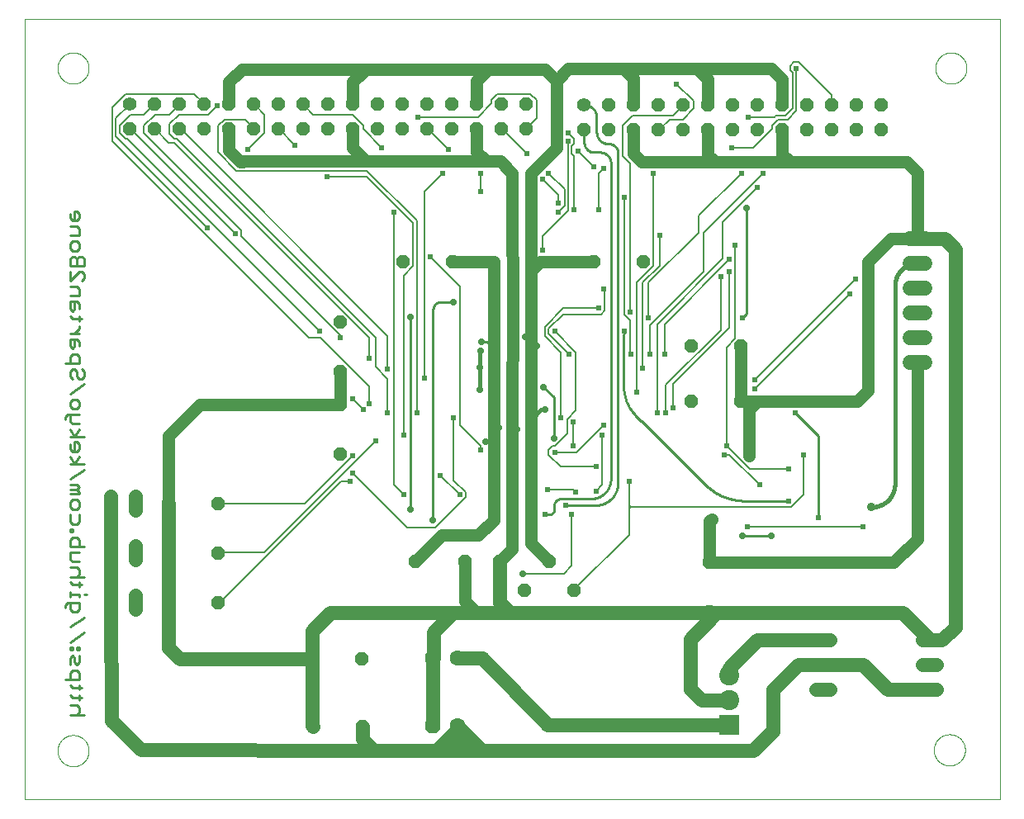
<source format=gbl>
G75*
%MOIN*%
%OFA0B0*%
%FSLAX25Y25*%
%IPPOS*%
%LPD*%
%AMOC8*
5,1,8,0,0,1.08239X$1,22.5*
%
%ADD10C,0.00000*%
%ADD11C,0.00900*%
%ADD12OC8,0.05200*%
%ADD13OC8,0.06300*%
%ADD14C,0.06300*%
%ADD15C,0.05600*%
%ADD16OC8,0.05600*%
%ADD17R,0.08100X0.08100*%
%ADD18C,0.08100*%
%ADD19C,0.06000*%
%ADD20C,0.05600*%
%ADD21C,0.00600*%
%ADD22C,0.02400*%
%ADD23C,0.01000*%
%ADD24C,0.02775*%
%ADD25C,0.01600*%
%ADD26C,0.03562*%
%ADD27C,0.05000*%
%ADD28C,0.03169*%
D10*
X0001000Y0001000D02*
X0001000Y0315961D01*
X0394701Y0315961D01*
X0394701Y0001000D01*
X0001000Y0001000D01*
X0014386Y0020685D02*
X0014388Y0020843D01*
X0014394Y0021001D01*
X0014404Y0021159D01*
X0014418Y0021317D01*
X0014436Y0021474D01*
X0014457Y0021631D01*
X0014483Y0021787D01*
X0014513Y0021943D01*
X0014546Y0022098D01*
X0014584Y0022251D01*
X0014625Y0022404D01*
X0014670Y0022556D01*
X0014719Y0022707D01*
X0014772Y0022856D01*
X0014828Y0023004D01*
X0014888Y0023150D01*
X0014952Y0023295D01*
X0015020Y0023438D01*
X0015091Y0023580D01*
X0015165Y0023720D01*
X0015243Y0023857D01*
X0015325Y0023993D01*
X0015409Y0024127D01*
X0015498Y0024258D01*
X0015589Y0024387D01*
X0015684Y0024514D01*
X0015781Y0024639D01*
X0015882Y0024761D01*
X0015986Y0024880D01*
X0016093Y0024997D01*
X0016203Y0025111D01*
X0016316Y0025222D01*
X0016431Y0025331D01*
X0016549Y0025436D01*
X0016670Y0025538D01*
X0016793Y0025638D01*
X0016919Y0025734D01*
X0017047Y0025827D01*
X0017177Y0025917D01*
X0017310Y0026003D01*
X0017445Y0026087D01*
X0017581Y0026166D01*
X0017720Y0026243D01*
X0017861Y0026315D01*
X0018003Y0026385D01*
X0018147Y0026450D01*
X0018293Y0026512D01*
X0018440Y0026570D01*
X0018589Y0026625D01*
X0018739Y0026676D01*
X0018890Y0026723D01*
X0019042Y0026766D01*
X0019195Y0026805D01*
X0019350Y0026841D01*
X0019505Y0026872D01*
X0019661Y0026900D01*
X0019817Y0026924D01*
X0019974Y0026944D01*
X0020132Y0026960D01*
X0020289Y0026972D01*
X0020448Y0026980D01*
X0020606Y0026984D01*
X0020764Y0026984D01*
X0020922Y0026980D01*
X0021081Y0026972D01*
X0021238Y0026960D01*
X0021396Y0026944D01*
X0021553Y0026924D01*
X0021709Y0026900D01*
X0021865Y0026872D01*
X0022020Y0026841D01*
X0022175Y0026805D01*
X0022328Y0026766D01*
X0022480Y0026723D01*
X0022631Y0026676D01*
X0022781Y0026625D01*
X0022930Y0026570D01*
X0023077Y0026512D01*
X0023223Y0026450D01*
X0023367Y0026385D01*
X0023509Y0026315D01*
X0023650Y0026243D01*
X0023789Y0026166D01*
X0023925Y0026087D01*
X0024060Y0026003D01*
X0024193Y0025917D01*
X0024323Y0025827D01*
X0024451Y0025734D01*
X0024577Y0025638D01*
X0024700Y0025538D01*
X0024821Y0025436D01*
X0024939Y0025331D01*
X0025054Y0025222D01*
X0025167Y0025111D01*
X0025277Y0024997D01*
X0025384Y0024880D01*
X0025488Y0024761D01*
X0025589Y0024639D01*
X0025686Y0024514D01*
X0025781Y0024387D01*
X0025872Y0024258D01*
X0025961Y0024127D01*
X0026045Y0023993D01*
X0026127Y0023857D01*
X0026205Y0023720D01*
X0026279Y0023580D01*
X0026350Y0023438D01*
X0026418Y0023295D01*
X0026482Y0023150D01*
X0026542Y0023004D01*
X0026598Y0022856D01*
X0026651Y0022707D01*
X0026700Y0022556D01*
X0026745Y0022404D01*
X0026786Y0022251D01*
X0026824Y0022098D01*
X0026857Y0021943D01*
X0026887Y0021787D01*
X0026913Y0021631D01*
X0026934Y0021474D01*
X0026952Y0021317D01*
X0026966Y0021159D01*
X0026976Y0021001D01*
X0026982Y0020843D01*
X0026984Y0020685D01*
X0026982Y0020527D01*
X0026976Y0020369D01*
X0026966Y0020211D01*
X0026952Y0020053D01*
X0026934Y0019896D01*
X0026913Y0019739D01*
X0026887Y0019583D01*
X0026857Y0019427D01*
X0026824Y0019272D01*
X0026786Y0019119D01*
X0026745Y0018966D01*
X0026700Y0018814D01*
X0026651Y0018663D01*
X0026598Y0018514D01*
X0026542Y0018366D01*
X0026482Y0018220D01*
X0026418Y0018075D01*
X0026350Y0017932D01*
X0026279Y0017790D01*
X0026205Y0017650D01*
X0026127Y0017513D01*
X0026045Y0017377D01*
X0025961Y0017243D01*
X0025872Y0017112D01*
X0025781Y0016983D01*
X0025686Y0016856D01*
X0025589Y0016731D01*
X0025488Y0016609D01*
X0025384Y0016490D01*
X0025277Y0016373D01*
X0025167Y0016259D01*
X0025054Y0016148D01*
X0024939Y0016039D01*
X0024821Y0015934D01*
X0024700Y0015832D01*
X0024577Y0015732D01*
X0024451Y0015636D01*
X0024323Y0015543D01*
X0024193Y0015453D01*
X0024060Y0015367D01*
X0023925Y0015283D01*
X0023789Y0015204D01*
X0023650Y0015127D01*
X0023509Y0015055D01*
X0023367Y0014985D01*
X0023223Y0014920D01*
X0023077Y0014858D01*
X0022930Y0014800D01*
X0022781Y0014745D01*
X0022631Y0014694D01*
X0022480Y0014647D01*
X0022328Y0014604D01*
X0022175Y0014565D01*
X0022020Y0014529D01*
X0021865Y0014498D01*
X0021709Y0014470D01*
X0021553Y0014446D01*
X0021396Y0014426D01*
X0021238Y0014410D01*
X0021081Y0014398D01*
X0020922Y0014390D01*
X0020764Y0014386D01*
X0020606Y0014386D01*
X0020448Y0014390D01*
X0020289Y0014398D01*
X0020132Y0014410D01*
X0019974Y0014426D01*
X0019817Y0014446D01*
X0019661Y0014470D01*
X0019505Y0014498D01*
X0019350Y0014529D01*
X0019195Y0014565D01*
X0019042Y0014604D01*
X0018890Y0014647D01*
X0018739Y0014694D01*
X0018589Y0014745D01*
X0018440Y0014800D01*
X0018293Y0014858D01*
X0018147Y0014920D01*
X0018003Y0014985D01*
X0017861Y0015055D01*
X0017720Y0015127D01*
X0017581Y0015204D01*
X0017445Y0015283D01*
X0017310Y0015367D01*
X0017177Y0015453D01*
X0017047Y0015543D01*
X0016919Y0015636D01*
X0016793Y0015732D01*
X0016670Y0015832D01*
X0016549Y0015934D01*
X0016431Y0016039D01*
X0016316Y0016148D01*
X0016203Y0016259D01*
X0016093Y0016373D01*
X0015986Y0016490D01*
X0015882Y0016609D01*
X0015781Y0016731D01*
X0015684Y0016856D01*
X0015589Y0016983D01*
X0015498Y0017112D01*
X0015409Y0017243D01*
X0015325Y0017377D01*
X0015243Y0017513D01*
X0015165Y0017650D01*
X0015091Y0017790D01*
X0015020Y0017932D01*
X0014952Y0018075D01*
X0014888Y0018220D01*
X0014828Y0018366D01*
X0014772Y0018514D01*
X0014719Y0018663D01*
X0014670Y0018814D01*
X0014625Y0018966D01*
X0014584Y0019119D01*
X0014546Y0019272D01*
X0014513Y0019427D01*
X0014483Y0019583D01*
X0014457Y0019739D01*
X0014436Y0019896D01*
X0014418Y0020053D01*
X0014404Y0020211D01*
X0014394Y0020369D01*
X0014388Y0020527D01*
X0014386Y0020685D01*
X0014386Y0296276D02*
X0014388Y0296434D01*
X0014394Y0296592D01*
X0014404Y0296750D01*
X0014418Y0296908D01*
X0014436Y0297065D01*
X0014457Y0297222D01*
X0014483Y0297378D01*
X0014513Y0297534D01*
X0014546Y0297689D01*
X0014584Y0297842D01*
X0014625Y0297995D01*
X0014670Y0298147D01*
X0014719Y0298298D01*
X0014772Y0298447D01*
X0014828Y0298595D01*
X0014888Y0298741D01*
X0014952Y0298886D01*
X0015020Y0299029D01*
X0015091Y0299171D01*
X0015165Y0299311D01*
X0015243Y0299448D01*
X0015325Y0299584D01*
X0015409Y0299718D01*
X0015498Y0299849D01*
X0015589Y0299978D01*
X0015684Y0300105D01*
X0015781Y0300230D01*
X0015882Y0300352D01*
X0015986Y0300471D01*
X0016093Y0300588D01*
X0016203Y0300702D01*
X0016316Y0300813D01*
X0016431Y0300922D01*
X0016549Y0301027D01*
X0016670Y0301129D01*
X0016793Y0301229D01*
X0016919Y0301325D01*
X0017047Y0301418D01*
X0017177Y0301508D01*
X0017310Y0301594D01*
X0017445Y0301678D01*
X0017581Y0301757D01*
X0017720Y0301834D01*
X0017861Y0301906D01*
X0018003Y0301976D01*
X0018147Y0302041D01*
X0018293Y0302103D01*
X0018440Y0302161D01*
X0018589Y0302216D01*
X0018739Y0302267D01*
X0018890Y0302314D01*
X0019042Y0302357D01*
X0019195Y0302396D01*
X0019350Y0302432D01*
X0019505Y0302463D01*
X0019661Y0302491D01*
X0019817Y0302515D01*
X0019974Y0302535D01*
X0020132Y0302551D01*
X0020289Y0302563D01*
X0020448Y0302571D01*
X0020606Y0302575D01*
X0020764Y0302575D01*
X0020922Y0302571D01*
X0021081Y0302563D01*
X0021238Y0302551D01*
X0021396Y0302535D01*
X0021553Y0302515D01*
X0021709Y0302491D01*
X0021865Y0302463D01*
X0022020Y0302432D01*
X0022175Y0302396D01*
X0022328Y0302357D01*
X0022480Y0302314D01*
X0022631Y0302267D01*
X0022781Y0302216D01*
X0022930Y0302161D01*
X0023077Y0302103D01*
X0023223Y0302041D01*
X0023367Y0301976D01*
X0023509Y0301906D01*
X0023650Y0301834D01*
X0023789Y0301757D01*
X0023925Y0301678D01*
X0024060Y0301594D01*
X0024193Y0301508D01*
X0024323Y0301418D01*
X0024451Y0301325D01*
X0024577Y0301229D01*
X0024700Y0301129D01*
X0024821Y0301027D01*
X0024939Y0300922D01*
X0025054Y0300813D01*
X0025167Y0300702D01*
X0025277Y0300588D01*
X0025384Y0300471D01*
X0025488Y0300352D01*
X0025589Y0300230D01*
X0025686Y0300105D01*
X0025781Y0299978D01*
X0025872Y0299849D01*
X0025961Y0299718D01*
X0026045Y0299584D01*
X0026127Y0299448D01*
X0026205Y0299311D01*
X0026279Y0299171D01*
X0026350Y0299029D01*
X0026418Y0298886D01*
X0026482Y0298741D01*
X0026542Y0298595D01*
X0026598Y0298447D01*
X0026651Y0298298D01*
X0026700Y0298147D01*
X0026745Y0297995D01*
X0026786Y0297842D01*
X0026824Y0297689D01*
X0026857Y0297534D01*
X0026887Y0297378D01*
X0026913Y0297222D01*
X0026934Y0297065D01*
X0026952Y0296908D01*
X0026966Y0296750D01*
X0026976Y0296592D01*
X0026982Y0296434D01*
X0026984Y0296276D01*
X0026982Y0296118D01*
X0026976Y0295960D01*
X0026966Y0295802D01*
X0026952Y0295644D01*
X0026934Y0295487D01*
X0026913Y0295330D01*
X0026887Y0295174D01*
X0026857Y0295018D01*
X0026824Y0294863D01*
X0026786Y0294710D01*
X0026745Y0294557D01*
X0026700Y0294405D01*
X0026651Y0294254D01*
X0026598Y0294105D01*
X0026542Y0293957D01*
X0026482Y0293811D01*
X0026418Y0293666D01*
X0026350Y0293523D01*
X0026279Y0293381D01*
X0026205Y0293241D01*
X0026127Y0293104D01*
X0026045Y0292968D01*
X0025961Y0292834D01*
X0025872Y0292703D01*
X0025781Y0292574D01*
X0025686Y0292447D01*
X0025589Y0292322D01*
X0025488Y0292200D01*
X0025384Y0292081D01*
X0025277Y0291964D01*
X0025167Y0291850D01*
X0025054Y0291739D01*
X0024939Y0291630D01*
X0024821Y0291525D01*
X0024700Y0291423D01*
X0024577Y0291323D01*
X0024451Y0291227D01*
X0024323Y0291134D01*
X0024193Y0291044D01*
X0024060Y0290958D01*
X0023925Y0290874D01*
X0023789Y0290795D01*
X0023650Y0290718D01*
X0023509Y0290646D01*
X0023367Y0290576D01*
X0023223Y0290511D01*
X0023077Y0290449D01*
X0022930Y0290391D01*
X0022781Y0290336D01*
X0022631Y0290285D01*
X0022480Y0290238D01*
X0022328Y0290195D01*
X0022175Y0290156D01*
X0022020Y0290120D01*
X0021865Y0290089D01*
X0021709Y0290061D01*
X0021553Y0290037D01*
X0021396Y0290017D01*
X0021238Y0290001D01*
X0021081Y0289989D01*
X0020922Y0289981D01*
X0020764Y0289977D01*
X0020606Y0289977D01*
X0020448Y0289981D01*
X0020289Y0289989D01*
X0020132Y0290001D01*
X0019974Y0290017D01*
X0019817Y0290037D01*
X0019661Y0290061D01*
X0019505Y0290089D01*
X0019350Y0290120D01*
X0019195Y0290156D01*
X0019042Y0290195D01*
X0018890Y0290238D01*
X0018739Y0290285D01*
X0018589Y0290336D01*
X0018440Y0290391D01*
X0018293Y0290449D01*
X0018147Y0290511D01*
X0018003Y0290576D01*
X0017861Y0290646D01*
X0017720Y0290718D01*
X0017581Y0290795D01*
X0017445Y0290874D01*
X0017310Y0290958D01*
X0017177Y0291044D01*
X0017047Y0291134D01*
X0016919Y0291227D01*
X0016793Y0291323D01*
X0016670Y0291423D01*
X0016549Y0291525D01*
X0016431Y0291630D01*
X0016316Y0291739D01*
X0016203Y0291850D01*
X0016093Y0291964D01*
X0015986Y0292081D01*
X0015882Y0292200D01*
X0015781Y0292322D01*
X0015684Y0292447D01*
X0015589Y0292574D01*
X0015498Y0292703D01*
X0015409Y0292834D01*
X0015325Y0292968D01*
X0015243Y0293104D01*
X0015165Y0293241D01*
X0015091Y0293381D01*
X0015020Y0293523D01*
X0014952Y0293666D01*
X0014888Y0293811D01*
X0014828Y0293957D01*
X0014772Y0294105D01*
X0014719Y0294254D01*
X0014670Y0294405D01*
X0014625Y0294557D01*
X0014584Y0294710D01*
X0014546Y0294863D01*
X0014513Y0295018D01*
X0014483Y0295174D01*
X0014457Y0295330D01*
X0014436Y0295487D01*
X0014418Y0295644D01*
X0014404Y0295802D01*
X0014394Y0295960D01*
X0014388Y0296118D01*
X0014386Y0296276D01*
X0368717Y0296276D02*
X0368719Y0296434D01*
X0368725Y0296592D01*
X0368735Y0296750D01*
X0368749Y0296908D01*
X0368767Y0297065D01*
X0368788Y0297222D01*
X0368814Y0297378D01*
X0368844Y0297534D01*
X0368877Y0297689D01*
X0368915Y0297842D01*
X0368956Y0297995D01*
X0369001Y0298147D01*
X0369050Y0298298D01*
X0369103Y0298447D01*
X0369159Y0298595D01*
X0369219Y0298741D01*
X0369283Y0298886D01*
X0369351Y0299029D01*
X0369422Y0299171D01*
X0369496Y0299311D01*
X0369574Y0299448D01*
X0369656Y0299584D01*
X0369740Y0299718D01*
X0369829Y0299849D01*
X0369920Y0299978D01*
X0370015Y0300105D01*
X0370112Y0300230D01*
X0370213Y0300352D01*
X0370317Y0300471D01*
X0370424Y0300588D01*
X0370534Y0300702D01*
X0370647Y0300813D01*
X0370762Y0300922D01*
X0370880Y0301027D01*
X0371001Y0301129D01*
X0371124Y0301229D01*
X0371250Y0301325D01*
X0371378Y0301418D01*
X0371508Y0301508D01*
X0371641Y0301594D01*
X0371776Y0301678D01*
X0371912Y0301757D01*
X0372051Y0301834D01*
X0372192Y0301906D01*
X0372334Y0301976D01*
X0372478Y0302041D01*
X0372624Y0302103D01*
X0372771Y0302161D01*
X0372920Y0302216D01*
X0373070Y0302267D01*
X0373221Y0302314D01*
X0373373Y0302357D01*
X0373526Y0302396D01*
X0373681Y0302432D01*
X0373836Y0302463D01*
X0373992Y0302491D01*
X0374148Y0302515D01*
X0374305Y0302535D01*
X0374463Y0302551D01*
X0374620Y0302563D01*
X0374779Y0302571D01*
X0374937Y0302575D01*
X0375095Y0302575D01*
X0375253Y0302571D01*
X0375412Y0302563D01*
X0375569Y0302551D01*
X0375727Y0302535D01*
X0375884Y0302515D01*
X0376040Y0302491D01*
X0376196Y0302463D01*
X0376351Y0302432D01*
X0376506Y0302396D01*
X0376659Y0302357D01*
X0376811Y0302314D01*
X0376962Y0302267D01*
X0377112Y0302216D01*
X0377261Y0302161D01*
X0377408Y0302103D01*
X0377554Y0302041D01*
X0377698Y0301976D01*
X0377840Y0301906D01*
X0377981Y0301834D01*
X0378120Y0301757D01*
X0378256Y0301678D01*
X0378391Y0301594D01*
X0378524Y0301508D01*
X0378654Y0301418D01*
X0378782Y0301325D01*
X0378908Y0301229D01*
X0379031Y0301129D01*
X0379152Y0301027D01*
X0379270Y0300922D01*
X0379385Y0300813D01*
X0379498Y0300702D01*
X0379608Y0300588D01*
X0379715Y0300471D01*
X0379819Y0300352D01*
X0379920Y0300230D01*
X0380017Y0300105D01*
X0380112Y0299978D01*
X0380203Y0299849D01*
X0380292Y0299718D01*
X0380376Y0299584D01*
X0380458Y0299448D01*
X0380536Y0299311D01*
X0380610Y0299171D01*
X0380681Y0299029D01*
X0380749Y0298886D01*
X0380813Y0298741D01*
X0380873Y0298595D01*
X0380929Y0298447D01*
X0380982Y0298298D01*
X0381031Y0298147D01*
X0381076Y0297995D01*
X0381117Y0297842D01*
X0381155Y0297689D01*
X0381188Y0297534D01*
X0381218Y0297378D01*
X0381244Y0297222D01*
X0381265Y0297065D01*
X0381283Y0296908D01*
X0381297Y0296750D01*
X0381307Y0296592D01*
X0381313Y0296434D01*
X0381315Y0296276D01*
X0381313Y0296118D01*
X0381307Y0295960D01*
X0381297Y0295802D01*
X0381283Y0295644D01*
X0381265Y0295487D01*
X0381244Y0295330D01*
X0381218Y0295174D01*
X0381188Y0295018D01*
X0381155Y0294863D01*
X0381117Y0294710D01*
X0381076Y0294557D01*
X0381031Y0294405D01*
X0380982Y0294254D01*
X0380929Y0294105D01*
X0380873Y0293957D01*
X0380813Y0293811D01*
X0380749Y0293666D01*
X0380681Y0293523D01*
X0380610Y0293381D01*
X0380536Y0293241D01*
X0380458Y0293104D01*
X0380376Y0292968D01*
X0380292Y0292834D01*
X0380203Y0292703D01*
X0380112Y0292574D01*
X0380017Y0292447D01*
X0379920Y0292322D01*
X0379819Y0292200D01*
X0379715Y0292081D01*
X0379608Y0291964D01*
X0379498Y0291850D01*
X0379385Y0291739D01*
X0379270Y0291630D01*
X0379152Y0291525D01*
X0379031Y0291423D01*
X0378908Y0291323D01*
X0378782Y0291227D01*
X0378654Y0291134D01*
X0378524Y0291044D01*
X0378391Y0290958D01*
X0378256Y0290874D01*
X0378120Y0290795D01*
X0377981Y0290718D01*
X0377840Y0290646D01*
X0377698Y0290576D01*
X0377554Y0290511D01*
X0377408Y0290449D01*
X0377261Y0290391D01*
X0377112Y0290336D01*
X0376962Y0290285D01*
X0376811Y0290238D01*
X0376659Y0290195D01*
X0376506Y0290156D01*
X0376351Y0290120D01*
X0376196Y0290089D01*
X0376040Y0290061D01*
X0375884Y0290037D01*
X0375727Y0290017D01*
X0375569Y0290001D01*
X0375412Y0289989D01*
X0375253Y0289981D01*
X0375095Y0289977D01*
X0374937Y0289977D01*
X0374779Y0289981D01*
X0374620Y0289989D01*
X0374463Y0290001D01*
X0374305Y0290017D01*
X0374148Y0290037D01*
X0373992Y0290061D01*
X0373836Y0290089D01*
X0373681Y0290120D01*
X0373526Y0290156D01*
X0373373Y0290195D01*
X0373221Y0290238D01*
X0373070Y0290285D01*
X0372920Y0290336D01*
X0372771Y0290391D01*
X0372624Y0290449D01*
X0372478Y0290511D01*
X0372334Y0290576D01*
X0372192Y0290646D01*
X0372051Y0290718D01*
X0371912Y0290795D01*
X0371776Y0290874D01*
X0371641Y0290958D01*
X0371508Y0291044D01*
X0371378Y0291134D01*
X0371250Y0291227D01*
X0371124Y0291323D01*
X0371001Y0291423D01*
X0370880Y0291525D01*
X0370762Y0291630D01*
X0370647Y0291739D01*
X0370534Y0291850D01*
X0370424Y0291964D01*
X0370317Y0292081D01*
X0370213Y0292200D01*
X0370112Y0292322D01*
X0370015Y0292447D01*
X0369920Y0292574D01*
X0369829Y0292703D01*
X0369740Y0292834D01*
X0369656Y0292968D01*
X0369574Y0293104D01*
X0369496Y0293241D01*
X0369422Y0293381D01*
X0369351Y0293523D01*
X0369283Y0293666D01*
X0369219Y0293811D01*
X0369159Y0293957D01*
X0369103Y0294105D01*
X0369050Y0294254D01*
X0369001Y0294405D01*
X0368956Y0294557D01*
X0368915Y0294710D01*
X0368877Y0294863D01*
X0368844Y0295018D01*
X0368814Y0295174D01*
X0368788Y0295330D01*
X0368767Y0295487D01*
X0368749Y0295644D01*
X0368735Y0295802D01*
X0368725Y0295960D01*
X0368719Y0296118D01*
X0368717Y0296276D01*
X0368115Y0021008D02*
X0368117Y0021166D01*
X0368123Y0021324D01*
X0368133Y0021482D01*
X0368147Y0021640D01*
X0368165Y0021797D01*
X0368186Y0021954D01*
X0368212Y0022110D01*
X0368242Y0022266D01*
X0368275Y0022421D01*
X0368313Y0022574D01*
X0368354Y0022727D01*
X0368399Y0022879D01*
X0368448Y0023030D01*
X0368501Y0023179D01*
X0368557Y0023327D01*
X0368617Y0023473D01*
X0368681Y0023618D01*
X0368749Y0023761D01*
X0368820Y0023903D01*
X0368894Y0024043D01*
X0368972Y0024180D01*
X0369054Y0024316D01*
X0369138Y0024450D01*
X0369227Y0024581D01*
X0369318Y0024710D01*
X0369413Y0024837D01*
X0369510Y0024962D01*
X0369611Y0025084D01*
X0369715Y0025203D01*
X0369822Y0025320D01*
X0369932Y0025434D01*
X0370045Y0025545D01*
X0370160Y0025654D01*
X0370278Y0025759D01*
X0370399Y0025861D01*
X0370522Y0025961D01*
X0370648Y0026057D01*
X0370776Y0026150D01*
X0370906Y0026240D01*
X0371039Y0026326D01*
X0371174Y0026410D01*
X0371310Y0026489D01*
X0371449Y0026566D01*
X0371590Y0026638D01*
X0371732Y0026708D01*
X0371876Y0026773D01*
X0372022Y0026835D01*
X0372169Y0026893D01*
X0372318Y0026948D01*
X0372468Y0026999D01*
X0372619Y0027046D01*
X0372771Y0027089D01*
X0372924Y0027128D01*
X0373079Y0027164D01*
X0373234Y0027195D01*
X0373390Y0027223D01*
X0373546Y0027247D01*
X0373703Y0027267D01*
X0373861Y0027283D01*
X0374018Y0027295D01*
X0374177Y0027303D01*
X0374335Y0027307D01*
X0374493Y0027307D01*
X0374651Y0027303D01*
X0374810Y0027295D01*
X0374967Y0027283D01*
X0375125Y0027267D01*
X0375282Y0027247D01*
X0375438Y0027223D01*
X0375594Y0027195D01*
X0375749Y0027164D01*
X0375904Y0027128D01*
X0376057Y0027089D01*
X0376209Y0027046D01*
X0376360Y0026999D01*
X0376510Y0026948D01*
X0376659Y0026893D01*
X0376806Y0026835D01*
X0376952Y0026773D01*
X0377096Y0026708D01*
X0377238Y0026638D01*
X0377379Y0026566D01*
X0377518Y0026489D01*
X0377654Y0026410D01*
X0377789Y0026326D01*
X0377922Y0026240D01*
X0378052Y0026150D01*
X0378180Y0026057D01*
X0378306Y0025961D01*
X0378429Y0025861D01*
X0378550Y0025759D01*
X0378668Y0025654D01*
X0378783Y0025545D01*
X0378896Y0025434D01*
X0379006Y0025320D01*
X0379113Y0025203D01*
X0379217Y0025084D01*
X0379318Y0024962D01*
X0379415Y0024837D01*
X0379510Y0024710D01*
X0379601Y0024581D01*
X0379690Y0024450D01*
X0379774Y0024316D01*
X0379856Y0024180D01*
X0379934Y0024043D01*
X0380008Y0023903D01*
X0380079Y0023761D01*
X0380147Y0023618D01*
X0380211Y0023473D01*
X0380271Y0023327D01*
X0380327Y0023179D01*
X0380380Y0023030D01*
X0380429Y0022879D01*
X0380474Y0022727D01*
X0380515Y0022574D01*
X0380553Y0022421D01*
X0380586Y0022266D01*
X0380616Y0022110D01*
X0380642Y0021954D01*
X0380663Y0021797D01*
X0380681Y0021640D01*
X0380695Y0021482D01*
X0380705Y0021324D01*
X0380711Y0021166D01*
X0380713Y0021008D01*
X0380711Y0020850D01*
X0380705Y0020692D01*
X0380695Y0020534D01*
X0380681Y0020376D01*
X0380663Y0020219D01*
X0380642Y0020062D01*
X0380616Y0019906D01*
X0380586Y0019750D01*
X0380553Y0019595D01*
X0380515Y0019442D01*
X0380474Y0019289D01*
X0380429Y0019137D01*
X0380380Y0018986D01*
X0380327Y0018837D01*
X0380271Y0018689D01*
X0380211Y0018543D01*
X0380147Y0018398D01*
X0380079Y0018255D01*
X0380008Y0018113D01*
X0379934Y0017973D01*
X0379856Y0017836D01*
X0379774Y0017700D01*
X0379690Y0017566D01*
X0379601Y0017435D01*
X0379510Y0017306D01*
X0379415Y0017179D01*
X0379318Y0017054D01*
X0379217Y0016932D01*
X0379113Y0016813D01*
X0379006Y0016696D01*
X0378896Y0016582D01*
X0378783Y0016471D01*
X0378668Y0016362D01*
X0378550Y0016257D01*
X0378429Y0016155D01*
X0378306Y0016055D01*
X0378180Y0015959D01*
X0378052Y0015866D01*
X0377922Y0015776D01*
X0377789Y0015690D01*
X0377654Y0015606D01*
X0377518Y0015527D01*
X0377379Y0015450D01*
X0377238Y0015378D01*
X0377096Y0015308D01*
X0376952Y0015243D01*
X0376806Y0015181D01*
X0376659Y0015123D01*
X0376510Y0015068D01*
X0376360Y0015017D01*
X0376209Y0014970D01*
X0376057Y0014927D01*
X0375904Y0014888D01*
X0375749Y0014852D01*
X0375594Y0014821D01*
X0375438Y0014793D01*
X0375282Y0014769D01*
X0375125Y0014749D01*
X0374967Y0014733D01*
X0374810Y0014721D01*
X0374651Y0014713D01*
X0374493Y0014709D01*
X0374335Y0014709D01*
X0374177Y0014713D01*
X0374018Y0014721D01*
X0373861Y0014733D01*
X0373703Y0014749D01*
X0373546Y0014769D01*
X0373390Y0014793D01*
X0373234Y0014821D01*
X0373079Y0014852D01*
X0372924Y0014888D01*
X0372771Y0014927D01*
X0372619Y0014970D01*
X0372468Y0015017D01*
X0372318Y0015068D01*
X0372169Y0015123D01*
X0372022Y0015181D01*
X0371876Y0015243D01*
X0371732Y0015308D01*
X0371590Y0015378D01*
X0371449Y0015450D01*
X0371310Y0015527D01*
X0371174Y0015606D01*
X0371039Y0015690D01*
X0370906Y0015776D01*
X0370776Y0015866D01*
X0370648Y0015959D01*
X0370522Y0016055D01*
X0370399Y0016155D01*
X0370278Y0016257D01*
X0370160Y0016362D01*
X0370045Y0016471D01*
X0369932Y0016582D01*
X0369822Y0016696D01*
X0369715Y0016813D01*
X0369611Y0016932D01*
X0369510Y0017054D01*
X0369413Y0017179D01*
X0369318Y0017306D01*
X0369227Y0017435D01*
X0369138Y0017566D01*
X0369054Y0017700D01*
X0368972Y0017836D01*
X0368894Y0017973D01*
X0368820Y0018113D01*
X0368749Y0018255D01*
X0368681Y0018398D01*
X0368617Y0018543D01*
X0368557Y0018689D01*
X0368501Y0018837D01*
X0368448Y0018986D01*
X0368399Y0019137D01*
X0368354Y0019289D01*
X0368313Y0019442D01*
X0368275Y0019595D01*
X0368242Y0019750D01*
X0368212Y0019906D01*
X0368186Y0020062D01*
X0368165Y0020219D01*
X0368147Y0020376D01*
X0368133Y0020534D01*
X0368123Y0020692D01*
X0368117Y0020850D01*
X0368115Y0021008D01*
D11*
X0025117Y0035179D02*
X0019412Y0035179D01*
X0022265Y0035179D02*
X0023215Y0036130D01*
X0023215Y0038031D01*
X0022265Y0038982D01*
X0019412Y0038982D01*
X0020363Y0042207D02*
X0019412Y0043158D01*
X0020363Y0042207D02*
X0024166Y0042207D01*
X0023215Y0041256D02*
X0023215Y0043158D01*
X0023215Y0045308D02*
X0023215Y0047209D01*
X0024166Y0046258D02*
X0020363Y0046258D01*
X0019412Y0047209D01*
X0019412Y0049359D02*
X0019412Y0052212D01*
X0020363Y0053162D01*
X0022265Y0053162D01*
X0023215Y0052212D01*
X0023215Y0049359D01*
X0017511Y0049359D01*
X0019412Y0055436D02*
X0019412Y0058289D01*
X0020363Y0059240D01*
X0021314Y0058289D01*
X0021314Y0056387D01*
X0022265Y0055436D01*
X0023215Y0056387D01*
X0023215Y0059240D01*
X0023215Y0061513D02*
X0022265Y0061513D01*
X0022265Y0062464D01*
X0023215Y0062464D01*
X0023215Y0061513D01*
X0020363Y0061513D02*
X0019412Y0061513D01*
X0019412Y0062464D01*
X0020363Y0062464D01*
X0020363Y0061513D01*
X0019412Y0064552D02*
X0025117Y0068355D01*
X0025117Y0074433D02*
X0019412Y0070629D01*
X0020363Y0076706D02*
X0019412Y0077657D01*
X0019412Y0080510D01*
X0018461Y0080510D02*
X0023215Y0080510D01*
X0023215Y0077657D01*
X0022265Y0076706D01*
X0020363Y0076706D01*
X0017511Y0078608D02*
X0017511Y0079559D01*
X0018461Y0080510D01*
X0019412Y0082784D02*
X0019412Y0084685D01*
X0019412Y0083734D02*
X0023215Y0083734D01*
X0023215Y0082784D01*
X0025117Y0083734D02*
X0026068Y0083734D01*
X0023215Y0086835D02*
X0023215Y0088737D01*
X0024166Y0087786D02*
X0020363Y0087786D01*
X0019412Y0088737D01*
X0019412Y0090887D02*
X0025117Y0090887D01*
X0023215Y0091837D02*
X0023215Y0093739D01*
X0022265Y0094690D01*
X0019412Y0094690D01*
X0020363Y0096964D02*
X0019412Y0097915D01*
X0019412Y0100767D01*
X0023215Y0100767D01*
X0023215Y0103041D02*
X0023215Y0105893D01*
X0022265Y0106844D01*
X0020363Y0106844D01*
X0019412Y0105893D01*
X0019412Y0103041D01*
X0025117Y0103041D01*
X0023215Y0096964D02*
X0020363Y0096964D01*
X0023215Y0091837D02*
X0022265Y0090887D01*
X0020363Y0109118D02*
X0019412Y0109118D01*
X0019412Y0110069D01*
X0020363Y0110069D01*
X0020363Y0109118D01*
X0020363Y0112157D02*
X0019412Y0113108D01*
X0019412Y0115960D01*
X0020363Y0118234D02*
X0019412Y0119185D01*
X0019412Y0121086D01*
X0020363Y0122037D01*
X0022265Y0122037D01*
X0023215Y0121086D01*
X0023215Y0119185D01*
X0022265Y0118234D01*
X0020363Y0118234D01*
X0023215Y0115960D02*
X0023215Y0113108D01*
X0022265Y0112157D01*
X0020363Y0112157D01*
X0019412Y0124311D02*
X0023215Y0124311D01*
X0023215Y0125262D01*
X0022265Y0126213D01*
X0023215Y0127164D01*
X0022265Y0128114D01*
X0019412Y0128114D01*
X0019412Y0126213D02*
X0022265Y0126213D01*
X0019412Y0130388D02*
X0025117Y0134192D01*
X0025117Y0136465D02*
X0019412Y0136465D01*
X0021314Y0136465D02*
X0019412Y0139318D01*
X0020363Y0141530D02*
X0019412Y0142481D01*
X0019412Y0144382D01*
X0021314Y0145333D02*
X0021314Y0141530D01*
X0022265Y0141530D02*
X0023215Y0142481D01*
X0023215Y0144382D01*
X0022265Y0145333D01*
X0021314Y0145333D01*
X0021314Y0147607D02*
X0023215Y0150459D01*
X0023215Y0152671D02*
X0020363Y0152671D01*
X0019412Y0153622D01*
X0019412Y0156475D01*
X0018461Y0156475D02*
X0017511Y0155524D01*
X0017511Y0154573D01*
X0018461Y0156475D02*
X0023215Y0156475D01*
X0022265Y0158748D02*
X0020363Y0158748D01*
X0019412Y0159699D01*
X0019412Y0161601D01*
X0020363Y0162552D01*
X0022265Y0162552D01*
X0023215Y0161601D01*
X0023215Y0159699D01*
X0022265Y0158748D01*
X0019412Y0164826D02*
X0025117Y0168629D01*
X0024166Y0170903D02*
X0023215Y0170903D01*
X0022265Y0171854D01*
X0022265Y0173755D01*
X0021314Y0174706D01*
X0020363Y0174706D01*
X0019412Y0173755D01*
X0019412Y0171854D01*
X0020363Y0170903D01*
X0024166Y0170903D02*
X0025117Y0171854D01*
X0025117Y0173755D01*
X0024166Y0174706D01*
X0023215Y0176980D02*
X0023215Y0179832D01*
X0022265Y0180783D01*
X0020363Y0180783D01*
X0019412Y0179832D01*
X0019412Y0176980D01*
X0017511Y0176980D02*
X0023215Y0176980D01*
X0020363Y0183057D02*
X0021314Y0184008D01*
X0021314Y0186860D01*
X0022265Y0186860D02*
X0019412Y0186860D01*
X0019412Y0184008D01*
X0020363Y0183057D01*
X0023215Y0184008D02*
X0023215Y0185910D01*
X0022265Y0186860D01*
X0023215Y0189134D02*
X0019412Y0189134D01*
X0021314Y0189134D02*
X0023215Y0191036D01*
X0023215Y0191987D01*
X0023215Y0194199D02*
X0023215Y0196100D01*
X0024166Y0195150D02*
X0020363Y0195150D01*
X0019412Y0196100D01*
X0020363Y0198250D02*
X0019412Y0199201D01*
X0019412Y0202053D01*
X0022265Y0202053D01*
X0023215Y0201103D01*
X0023215Y0199201D01*
X0021314Y0199201D02*
X0021314Y0202053D01*
X0021314Y0199201D02*
X0020363Y0198250D01*
X0019412Y0204327D02*
X0023215Y0204327D01*
X0023215Y0207180D01*
X0022265Y0208131D01*
X0019412Y0208131D01*
X0019412Y0210405D02*
X0023215Y0214208D01*
X0024166Y0214208D01*
X0025117Y0213257D01*
X0025117Y0211355D01*
X0024166Y0210405D01*
X0019412Y0210405D02*
X0019412Y0214208D01*
X0019412Y0216482D02*
X0019412Y0219334D01*
X0020363Y0220285D01*
X0021314Y0220285D01*
X0022265Y0219334D01*
X0022265Y0216482D01*
X0025117Y0216482D02*
X0025117Y0219334D01*
X0024166Y0220285D01*
X0023215Y0220285D01*
X0022265Y0219334D01*
X0022265Y0222559D02*
X0020363Y0222559D01*
X0019412Y0223510D01*
X0019412Y0225411D01*
X0020363Y0226362D01*
X0022265Y0226362D01*
X0023215Y0225411D01*
X0023215Y0223510D01*
X0022265Y0222559D01*
X0023215Y0228636D02*
X0019412Y0228636D01*
X0019412Y0232439D02*
X0022265Y0232439D01*
X0023215Y0231489D01*
X0023215Y0228636D01*
X0022265Y0234713D02*
X0023215Y0235664D01*
X0023215Y0237566D01*
X0022265Y0238517D01*
X0021314Y0238517D01*
X0021314Y0234713D01*
X0020363Y0234713D02*
X0022265Y0234713D01*
X0020363Y0234713D02*
X0019412Y0235664D01*
X0019412Y0237566D01*
X0019412Y0216482D02*
X0025117Y0216482D01*
X0019412Y0150459D02*
X0021314Y0147607D01*
X0019412Y0147607D02*
X0025117Y0147607D01*
X0022265Y0141530D02*
X0020363Y0141530D01*
X0023215Y0139318D02*
X0021314Y0136465D01*
D12*
X0059199Y0120504D03*
X0079199Y0120504D03*
X0079199Y0100504D03*
X0059199Y0100504D03*
X0059199Y0080504D03*
X0079199Y0080504D03*
X0117297Y0057664D03*
X0137297Y0057664D03*
X0137510Y0030440D03*
X0117510Y0030440D03*
X0158761Y0097123D03*
X0178761Y0097123D03*
X0192662Y0097064D03*
X0202944Y0085586D03*
X0212662Y0097064D03*
X0222944Y0085586D03*
X0277566Y0076696D03*
X0277566Y0096696D03*
X0270111Y0161877D03*
X0290111Y0161877D03*
X0290141Y0183961D03*
X0270141Y0183961D03*
X0250882Y0218030D03*
X0230882Y0218030D03*
X0173884Y0218035D03*
X0153884Y0218035D03*
X0128585Y0193882D03*
X0128585Y0173882D03*
X0128571Y0160608D03*
X0128571Y0140608D03*
D13*
X0165757Y0057994D03*
X0165891Y0030636D03*
D14*
X0175891Y0030636D03*
X0175757Y0057994D03*
D15*
X0226942Y0281463D03*
X0043572Y0281692D03*
D16*
X0053572Y0281692D03*
X0063572Y0281692D03*
X0073572Y0281692D03*
X0083572Y0281692D03*
X0093572Y0281692D03*
X0103572Y0281692D03*
X0113572Y0281692D03*
X0123572Y0281692D03*
X0133572Y0281692D03*
X0143572Y0281692D03*
X0153572Y0281692D03*
X0163572Y0281692D03*
X0173572Y0281692D03*
X0183572Y0281692D03*
X0193572Y0281692D03*
X0203572Y0281692D03*
X0203572Y0271692D03*
X0193572Y0271692D03*
X0183572Y0271692D03*
X0173572Y0271692D03*
X0163572Y0271692D03*
X0153572Y0271692D03*
X0143572Y0271692D03*
X0133572Y0271692D03*
X0123572Y0271692D03*
X0113572Y0271692D03*
X0103572Y0271692D03*
X0093572Y0271692D03*
X0083572Y0271692D03*
X0073572Y0271692D03*
X0063572Y0271692D03*
X0053572Y0271692D03*
X0043572Y0271692D03*
X0226942Y0271463D03*
X0236942Y0271463D03*
X0236942Y0281463D03*
X0246942Y0281463D03*
X0256942Y0281463D03*
X0256942Y0271463D03*
X0246942Y0271463D03*
X0266942Y0271463D03*
X0276942Y0271463D03*
X0276942Y0281463D03*
X0266942Y0281463D03*
X0286942Y0281463D03*
X0286942Y0271463D03*
X0296942Y0271463D03*
X0306942Y0271463D03*
X0306942Y0281463D03*
X0296942Y0281463D03*
X0316942Y0281463D03*
X0326942Y0281463D03*
X0326942Y0271463D03*
X0316942Y0271463D03*
X0336942Y0271463D03*
X0346942Y0271463D03*
X0346942Y0281463D03*
X0336942Y0281463D03*
D17*
X0285558Y0031089D03*
D18*
X0285558Y0041089D03*
X0285558Y0051089D03*
D19*
X0358440Y0177527D02*
X0364440Y0177527D01*
X0364440Y0187527D02*
X0358440Y0187527D01*
X0358440Y0197527D02*
X0364440Y0197527D01*
X0364440Y0207527D02*
X0358440Y0207527D01*
X0358440Y0217527D02*
X0364440Y0217527D01*
X0364440Y0227527D02*
X0358440Y0227527D01*
D20*
X0361440Y0227527D02*
X0372368Y0227527D01*
X0376698Y0223197D01*
X0376835Y0070329D01*
X0370992Y0065445D01*
X0366393Y0065445D01*
X0355466Y0076372D01*
X0280318Y0076372D01*
X0278159Y0074213D01*
X0269821Y0065876D01*
X0269821Y0045605D01*
X0274338Y0041089D01*
X0285558Y0041089D01*
X0285558Y0031089D02*
X0212245Y0031089D01*
X0185878Y0057994D01*
X0175757Y0057994D01*
X0166006Y0058243D02*
X0166006Y0068608D01*
X0173770Y0076372D01*
X0124612Y0076372D01*
X0117297Y0069056D01*
X0117297Y0057664D01*
X0063738Y0057664D01*
X0059199Y0062203D01*
X0059199Y0080504D01*
X0059199Y0100504D01*
X0059199Y0120504D01*
X0045964Y0117760D02*
X0045964Y0123360D01*
X0035964Y0123360D02*
X0035964Y0117760D01*
X0035964Y0120560D02*
X0035964Y0100560D01*
X0035964Y0080560D01*
X0036002Y0032938D01*
X0048138Y0021021D01*
X0141951Y0020885D01*
X0137510Y0025325D01*
X0137510Y0030440D01*
X0141951Y0020885D02*
X0167643Y0020885D01*
X0175891Y0029132D01*
X0175891Y0030636D01*
X0175891Y0021521D01*
X0176528Y0020885D01*
X0167643Y0020885D01*
X0176528Y0020885D02*
X0185642Y0020885D01*
X0295262Y0020885D01*
X0302837Y0028460D01*
X0303210Y0028460D01*
X0303210Y0045318D01*
X0313328Y0055437D01*
X0323444Y0055437D01*
X0339623Y0055437D01*
X0349615Y0045445D01*
X0366393Y0045445D01*
X0369193Y0045445D02*
X0363593Y0045445D01*
X0363593Y0055445D02*
X0369193Y0055445D01*
X0369193Y0065445D02*
X0363593Y0065445D01*
X0326244Y0065437D02*
X0320644Y0065437D01*
X0323444Y0065437D02*
X0296860Y0065437D01*
X0285558Y0054135D01*
X0285558Y0051089D01*
X0280318Y0076372D02*
X0196725Y0076372D01*
X0192662Y0080435D01*
X0192662Y0097064D01*
X0196725Y0076372D02*
X0183351Y0076372D01*
X0173770Y0076372D01*
X0166006Y0058243D02*
X0165757Y0057994D01*
X0165757Y0030770D01*
X0165891Y0030636D01*
X0175891Y0030636D02*
X0185642Y0020885D01*
X0117510Y0030440D02*
X0117297Y0030653D01*
X0117297Y0057664D01*
X0045964Y0077760D02*
X0045964Y0083360D01*
X0035964Y0083360D02*
X0035964Y0077760D01*
X0035964Y0097760D02*
X0035964Y0103360D01*
X0045964Y0103360D02*
X0045964Y0097760D01*
X0320644Y0055437D02*
X0326244Y0055437D01*
X0326244Y0045437D02*
X0320644Y0045437D01*
D21*
X0245094Y0107791D02*
X0222949Y0085646D01*
X0218800Y0092200D02*
X0202000Y0092200D01*
X0218800Y0092200D02*
X0221965Y0095365D01*
X0221965Y0100600D01*
X0221965Y0116157D01*
X0223441Y0125016D02*
X0222457Y0126000D01*
X0212122Y0126000D01*
X0217535Y0135350D02*
X0231807Y0135350D01*
X0234268Y0127969D02*
X0231807Y0125508D01*
X0234268Y0127969D02*
X0234268Y0148146D01*
X0234760Y0152083D02*
X0223933Y0141256D01*
X0215075Y0141256D01*
X0215075Y0143717D02*
X0214091Y0143717D01*
X0212614Y0142240D01*
X0212614Y0140272D01*
X0217535Y0135350D01*
X0215075Y0143717D02*
X0219996Y0148638D01*
X0219996Y0154543D01*
X0223441Y0157988D01*
X0223441Y0181610D01*
X0215075Y0189976D01*
X0212614Y0190961D02*
X0212614Y0188992D01*
X0220980Y0180626D01*
X0217535Y0181610D02*
X0211138Y0188008D01*
X0211138Y0191945D01*
X0218520Y0199327D01*
X0232791Y0199327D01*
X0235252Y0198343D02*
X0233776Y0196866D01*
X0218520Y0196866D01*
X0212614Y0190961D01*
X0217535Y0181610D02*
X0217535Y0155035D01*
X0222457Y0153559D02*
X0222457Y0143717D01*
X0245094Y0129445D02*
X0245094Y0119800D01*
X0245110Y0119800D01*
X0245800Y0119110D01*
X0245094Y0118405D01*
X0245094Y0118000D01*
X0245094Y0107791D01*
X0245094Y0118000D02*
X0245094Y0118600D01*
X0245605Y0119110D01*
X0245800Y0119110D01*
X0310547Y0119110D01*
X0315469Y0124031D01*
X0315469Y0140272D01*
X0309563Y0134366D02*
X0293815Y0134366D01*
X0284465Y0143717D01*
X0284465Y0183579D01*
X0287909Y0187024D01*
X0287909Y0224917D01*
X0285449Y0219012D02*
X0259366Y0192929D01*
X0259366Y0180626D01*
X0253461Y0180626D02*
X0253461Y0192437D01*
X0275114Y0214091D01*
X0275114Y0229839D01*
X0299228Y0253953D01*
X0296768Y0248047D02*
X0282988Y0234268D01*
X0282988Y0219504D01*
X0256413Y0192929D01*
X0256413Y0157004D01*
X0259858Y0157004D02*
X0259858Y0168323D01*
X0282004Y0190469D01*
X0282004Y0212122D01*
X0285449Y0214091D02*
X0285449Y0191453D01*
X0262811Y0168815D01*
X0262811Y0158972D01*
X0248047Y0165370D02*
X0248047Y0209661D01*
X0254937Y0216551D01*
X0254937Y0253953D01*
X0245587Y0257890D02*
X0242634Y0260843D01*
X0242634Y0273146D01*
X0246571Y0277083D01*
X0262811Y0277083D01*
X0266748Y0281020D01*
X0266942Y0281463D01*
X0271177Y0280035D02*
X0271177Y0282988D01*
X0264287Y0289878D01*
X0271177Y0280035D02*
X0266748Y0275606D01*
X0261335Y0275606D01*
X0257398Y0271669D01*
X0256942Y0271463D01*
X0245587Y0257890D02*
X0245587Y0197850D01*
X0243126Y0196866D02*
X0245587Y0194406D01*
X0245587Y0188992D01*
X0245590Y0188199D01*
X0245590Y0180730D01*
X0245694Y0180626D01*
X0250508Y0175213D02*
X0250508Y0209661D01*
X0257398Y0216551D01*
X0257398Y0228854D01*
X0273146Y0229839D02*
X0273146Y0236728D01*
X0290370Y0253953D01*
X0286433Y0264287D02*
X0295291Y0264287D01*
X0302673Y0271669D01*
X0302673Y0273146D01*
X0305134Y0275606D01*
X0309071Y0275606D01*
X0312516Y0279051D01*
X0312516Y0296276D01*
X0311039Y0294307D02*
X0310055Y0295291D01*
X0310055Y0297260D01*
X0311531Y0298736D01*
X0313500Y0298736D01*
X0326787Y0285449D01*
X0326787Y0281512D01*
X0326942Y0281463D01*
X0311039Y0280035D02*
X0311039Y0294307D01*
X0311039Y0280035D02*
X0308087Y0277083D01*
X0304150Y0277083D01*
X0303657Y0276591D01*
X0293004Y0276599D01*
X0243126Y0244110D02*
X0243126Y0196866D01*
X0235252Y0198343D02*
X0235252Y0206709D01*
X0234760Y0207201D01*
X0252969Y0209661D02*
X0252969Y0195390D01*
X0252969Y0209661D02*
X0273146Y0229839D01*
X0234760Y0255921D02*
X0232791Y0253953D01*
X0232791Y0239189D01*
X0222949Y0239189D02*
X0222949Y0260843D01*
X0221965Y0261827D01*
X0221965Y0264780D01*
X0222949Y0265764D01*
X0222949Y0267732D01*
X0220488Y0270193D01*
X0220488Y0266748D02*
X0220488Y0238697D01*
X0210154Y0228362D01*
X0210154Y0222949D01*
X0216551Y0238205D02*
X0219012Y0240665D01*
X0219012Y0247555D01*
X0212614Y0253953D01*
X0210154Y0251492D02*
X0216551Y0245094D01*
X0216551Y0241650D01*
X0230823Y0256413D02*
X0224425Y0262811D01*
X0203756Y0261827D02*
X0193913Y0271669D01*
X0193572Y0271692D01*
X0184071Y0276591D02*
X0189484Y0282004D01*
X0189484Y0283480D01*
X0191945Y0285941D01*
X0205232Y0285941D01*
X0207693Y0283480D01*
X0207693Y0276098D01*
X0203756Y0272161D01*
X0203572Y0271692D01*
X0184071Y0276591D02*
X0159757Y0276578D01*
X0163572Y0271692D02*
X0163894Y0271669D01*
X0172260Y0263303D01*
X0169799Y0253953D02*
X0162417Y0246571D01*
X0162417Y0171276D01*
X0147654Y0170783D02*
X0142732Y0175705D01*
X0142732Y0187516D01*
X0062516Y0267732D01*
X0061531Y0267732D01*
X0059563Y0269701D01*
X0059563Y0273638D01*
X0063500Y0277575D01*
X0075311Y0277575D01*
X0078756Y0281020D01*
X0073572Y0281692D02*
X0073343Y0282004D01*
X0069406Y0285941D01*
X0041846Y0285941D01*
X0036433Y0280528D01*
X0036433Y0266748D01*
X0115665Y0187516D01*
X0120587Y0187516D01*
X0140272Y0167831D01*
X0140272Y0160941D01*
X0137811Y0158480D02*
X0133382Y0162909D01*
X0147654Y0157004D02*
X0147654Y0170783D01*
X0147654Y0174720D02*
X0147654Y0188008D01*
X0063992Y0271669D01*
X0063572Y0271692D01*
X0061531Y0266256D02*
X0059071Y0266256D01*
X0053657Y0271669D01*
X0053572Y0271692D01*
X0049228Y0273146D02*
X0053657Y0277575D01*
X0059563Y0277575D01*
X0063500Y0281512D01*
X0063572Y0281692D01*
X0053572Y0281692D02*
X0053165Y0281512D01*
X0049228Y0277575D01*
X0043815Y0277575D01*
X0039386Y0273146D01*
X0039386Y0270193D01*
X0041846Y0267732D01*
X0042339Y0267732D01*
X0120094Y0189976D01*
X0128461Y0188500D02*
X0088598Y0228362D01*
X0088598Y0230823D01*
X0049228Y0270193D01*
X0049228Y0273146D01*
X0043815Y0271669D02*
X0043572Y0271692D01*
X0043815Y0271669D02*
X0086138Y0229346D01*
X0074819Y0231807D02*
X0037909Y0268717D01*
X0037909Y0276098D01*
X0043323Y0281512D01*
X0043572Y0281692D01*
X0061531Y0266256D02*
X0140272Y0187516D01*
X0140272Y0179150D01*
X0128461Y0187516D02*
X0128461Y0188500D01*
X0154051Y0212614D02*
X0157988Y0216551D01*
X0157988Y0233776D01*
X0139287Y0252476D01*
X0123047Y0252476D01*
X0139287Y0254937D02*
X0086630Y0254937D01*
X0079248Y0262319D01*
X0079248Y0273146D01*
X0081709Y0275606D01*
X0090075Y0275606D01*
X0093520Y0272161D01*
X0093572Y0271692D01*
X0097949Y0270193D02*
X0097949Y0277575D01*
X0094012Y0281512D01*
X0093572Y0281692D01*
X0097949Y0270193D02*
X0091059Y0263303D01*
X0103572Y0271692D02*
X0103854Y0271669D01*
X0110252Y0265272D01*
X0117634Y0277575D02*
X0113697Y0281512D01*
X0113572Y0281692D01*
X0117634Y0277575D02*
X0133382Y0277575D01*
X0137811Y0273146D01*
X0137811Y0271669D01*
X0145193Y0264287D01*
X0139287Y0254937D02*
X0159465Y0234760D01*
X0159465Y0157004D01*
X0154051Y0148146D02*
X0154051Y0212614D01*
X0164878Y0219996D02*
X0176689Y0208185D01*
X0176689Y0152083D01*
X0185055Y0143717D01*
X0185055Y0142240D01*
X0174228Y0129937D02*
X0179150Y0125016D01*
X0179150Y0123047D01*
X0166846Y0110744D01*
X0155528Y0110744D01*
X0133382Y0132890D01*
X0132398Y0129445D02*
X0128953Y0129445D01*
X0080232Y0080724D01*
X0079248Y0080724D01*
X0079199Y0080504D01*
X0079199Y0100504D02*
X0079248Y0100902D01*
X0097949Y0100902D01*
X0142732Y0145685D01*
X0133382Y0139780D02*
X0114189Y0120587D01*
X0079248Y0120587D01*
X0079199Y0120504D01*
X0150114Y0127969D02*
X0150114Y0238205D01*
X0185055Y0246571D02*
X0185055Y0253953D01*
X0295783Y0170291D02*
X0336630Y0211138D01*
X0334169Y0205232D02*
X0295783Y0166846D01*
X0285449Y0140272D02*
X0283480Y0140272D01*
X0285449Y0140272D02*
X0297752Y0127969D01*
X0292891Y0111236D02*
X0339583Y0111236D01*
X0245800Y0119110D02*
X0245094Y0119110D01*
X0245094Y0119800D01*
X0245094Y0119110D02*
X0245094Y0118600D01*
X0221965Y0100600D02*
X0221965Y0100409D01*
X0176689Y0124031D02*
X0168815Y0131906D01*
X0174228Y0129937D02*
X0174228Y0155035D01*
X0150114Y0127969D02*
X0154051Y0124031D01*
D22*
X0154051Y0124031D03*
X0168815Y0131906D03*
X0176689Y0124031D03*
X0185055Y0142240D03*
X0174228Y0155035D03*
X0159465Y0157004D03*
X0154051Y0148146D03*
X0142732Y0145685D03*
X0133382Y0139780D03*
X0133382Y0132890D03*
X0132398Y0129445D03*
X0147654Y0157004D03*
X0140272Y0160941D03*
X0137811Y0158480D03*
X0133382Y0162909D03*
X0147654Y0174720D03*
X0140272Y0179150D03*
X0128461Y0187516D03*
X0120094Y0189976D03*
X0162417Y0171276D03*
X0215075Y0189976D03*
X0220980Y0180626D03*
X0232791Y0199327D03*
X0234760Y0207201D03*
X0245587Y0197850D03*
X0252969Y0195390D03*
X0243126Y0189976D03*
X0245694Y0180626D03*
X0250508Y0175213D03*
X0253461Y0180626D03*
X0259366Y0180626D03*
X0248047Y0165370D03*
X0256413Y0157004D03*
X0259858Y0157004D03*
X0262811Y0158972D03*
X0284465Y0143717D03*
X0283480Y0140272D03*
X0297752Y0127969D03*
X0309563Y0134366D03*
X0315469Y0140272D03*
X0312024Y0157004D03*
X0295783Y0166846D03*
X0295783Y0170291D03*
X0290970Y0195390D03*
X0282004Y0212122D03*
X0285449Y0214091D03*
X0285449Y0219012D03*
X0287909Y0224917D03*
X0257398Y0228854D03*
X0243126Y0244110D03*
X0232791Y0239189D03*
X0222949Y0239189D03*
X0216551Y0238205D03*
X0216551Y0241650D03*
X0210154Y0251492D03*
X0212614Y0253953D03*
X0203756Y0261827D03*
X0220488Y0266748D03*
X0220488Y0270193D03*
X0224425Y0262811D03*
X0230823Y0256413D03*
X0234760Y0255921D03*
X0254937Y0253953D03*
X0286433Y0264287D03*
X0290370Y0253953D03*
X0296768Y0248047D03*
X0299228Y0253953D03*
X0293004Y0276599D03*
X0312516Y0296276D03*
X0264287Y0289878D03*
X0185055Y0253953D03*
X0185055Y0246571D03*
X0169799Y0253953D03*
X0172260Y0263303D03*
X0159757Y0276578D03*
X0145193Y0264287D03*
X0123047Y0252476D03*
X0110252Y0265272D03*
X0091059Y0263303D03*
X0078756Y0281020D03*
X0074819Y0231807D03*
X0086138Y0229346D03*
X0150114Y0238205D03*
X0164878Y0219996D03*
X0210154Y0222949D03*
X0217535Y0155035D03*
X0222457Y0153559D03*
X0222457Y0143717D03*
X0215075Y0141256D03*
X0231807Y0135350D03*
X0231807Y0125508D03*
X0223441Y0125016D03*
X0219430Y0119785D03*
X0221965Y0116157D03*
X0211253Y0116053D03*
X0212122Y0126000D03*
X0234268Y0148146D03*
X0234760Y0152083D03*
X0245094Y0129445D03*
X0292891Y0111236D03*
X0309563Y0121571D03*
X0321374Y0114681D03*
X0339583Y0111236D03*
X0334169Y0205232D03*
X0336630Y0211138D03*
D23*
X0243126Y0189976D02*
X0242983Y0187929D01*
X0242882Y0185879D01*
X0242820Y0183828D01*
X0242800Y0181776D01*
X0242800Y0168400D01*
X0242805Y0167961D01*
X0242821Y0167522D01*
X0242847Y0167083D01*
X0242884Y0166645D01*
X0242932Y0166209D01*
X0242989Y0165773D01*
X0243057Y0165339D01*
X0243136Y0164907D01*
X0243225Y0164477D01*
X0243324Y0164049D01*
X0243434Y0163623D01*
X0243553Y0163201D01*
X0243683Y0162781D01*
X0243823Y0162364D01*
X0243972Y0161951D01*
X0244132Y0161542D01*
X0244301Y0161137D01*
X0244480Y0160736D01*
X0244669Y0160339D01*
X0244867Y0159947D01*
X0245074Y0159559D01*
X0245290Y0159177D01*
X0245516Y0158800D01*
X0245751Y0158429D01*
X0245994Y0158063D01*
X0246246Y0157703D01*
X0246507Y0157350D01*
X0246776Y0157003D01*
X0247054Y0156662D01*
X0247339Y0156328D01*
X0247632Y0156001D01*
X0247933Y0155681D01*
X0248242Y0155369D01*
X0248558Y0155064D01*
X0248882Y0154766D01*
X0249212Y0154477D01*
X0249549Y0154195D01*
X0249893Y0153922D01*
X0250243Y0153657D01*
X0250600Y0153400D01*
X0275800Y0128200D01*
X0290800Y0121600D02*
X0309534Y0121600D01*
X0309563Y0121571D01*
X0321374Y0114681D02*
X0321374Y0147654D01*
X0312024Y0157004D01*
X0290800Y0121600D02*
X0290260Y0121631D01*
X0289721Y0121674D01*
X0289183Y0121729D01*
X0288646Y0121798D01*
X0288112Y0121880D01*
X0287579Y0121974D01*
X0287049Y0122081D01*
X0286521Y0122201D01*
X0285997Y0122333D01*
X0285475Y0122478D01*
X0284958Y0122635D01*
X0284444Y0122804D01*
X0283935Y0122986D01*
X0283430Y0123180D01*
X0282930Y0123386D01*
X0282434Y0123604D01*
X0281945Y0123834D01*
X0281460Y0124075D01*
X0280982Y0124328D01*
X0280510Y0124592D01*
X0280045Y0124867D01*
X0279586Y0125154D01*
X0279134Y0125451D01*
X0278689Y0125759D01*
X0278252Y0126078D01*
X0277823Y0126407D01*
X0277401Y0126746D01*
X0276988Y0127095D01*
X0276583Y0127454D01*
X0276187Y0127823D01*
X0275800Y0128200D01*
X0290756Y0107517D02*
X0302390Y0107517D01*
X0240577Y0128846D02*
X0240577Y0261836D01*
X0240581Y0261957D01*
X0240582Y0262077D01*
X0240578Y0262198D01*
X0240571Y0262318D01*
X0240559Y0262438D01*
X0240544Y0262558D01*
X0240525Y0262677D01*
X0240502Y0262795D01*
X0240476Y0262913D01*
X0240445Y0263029D01*
X0240411Y0263145D01*
X0240373Y0263260D01*
X0240332Y0263373D01*
X0240287Y0263485D01*
X0240238Y0263595D01*
X0240185Y0263704D01*
X0240130Y0263810D01*
X0240070Y0263915D01*
X0240008Y0264019D01*
X0239942Y0264120D01*
X0239873Y0264218D01*
X0239801Y0264315D01*
X0239725Y0264409D01*
X0239647Y0264501D01*
X0239566Y0264590D01*
X0239482Y0264676D01*
X0239395Y0264760D01*
X0239306Y0264841D01*
X0239214Y0264919D01*
X0239119Y0264994D01*
X0239022Y0265066D01*
X0238923Y0265134D01*
X0238822Y0265200D01*
X0238719Y0265262D01*
X0238613Y0265321D01*
X0238506Y0265376D01*
X0238397Y0265428D01*
X0238287Y0265476D01*
X0238175Y0265521D01*
X0238061Y0265562D01*
X0237947Y0265600D01*
X0237831Y0265633D01*
X0237714Y0265663D01*
X0237596Y0265689D01*
X0237478Y0265712D01*
X0237359Y0265730D01*
X0237239Y0265745D01*
X0237119Y0265756D01*
X0236999Y0265763D01*
X0236878Y0265766D01*
X0236758Y0265765D01*
X0232878Y0262295D02*
X0230990Y0262295D01*
X0232878Y0262296D02*
X0233008Y0262307D01*
X0233139Y0262314D01*
X0233269Y0262317D01*
X0233400Y0262316D01*
X0233531Y0262311D01*
X0233661Y0262303D01*
X0233791Y0262291D01*
X0233921Y0262274D01*
X0234050Y0262254D01*
X0234179Y0262230D01*
X0234307Y0262203D01*
X0234434Y0262171D01*
X0234560Y0262136D01*
X0234684Y0262097D01*
X0234808Y0262054D01*
X0234930Y0262008D01*
X0235051Y0261958D01*
X0235171Y0261905D01*
X0235288Y0261848D01*
X0235404Y0261787D01*
X0235518Y0261723D01*
X0235631Y0261656D01*
X0235741Y0261586D01*
X0235849Y0261512D01*
X0235954Y0261435D01*
X0236058Y0261355D01*
X0236159Y0261272D01*
X0236257Y0261186D01*
X0236353Y0261097D01*
X0236447Y0261006D01*
X0236537Y0260911D01*
X0236625Y0260814D01*
X0236709Y0260715D01*
X0236791Y0260612D01*
X0236870Y0260508D01*
X0236945Y0260401D01*
X0237018Y0260292D01*
X0237087Y0260181D01*
X0237153Y0260068D01*
X0237215Y0259953D01*
X0237274Y0259837D01*
X0237329Y0259718D01*
X0237381Y0259598D01*
X0237430Y0259477D01*
X0237474Y0259354D01*
X0237515Y0259230D01*
X0237553Y0259104D01*
X0237586Y0258978D01*
X0237616Y0258851D01*
X0237642Y0258722D01*
X0237664Y0258594D01*
X0237683Y0258464D01*
X0237697Y0258334D01*
X0237708Y0258204D01*
X0237710Y0130571D01*
X0240577Y0128846D02*
X0240574Y0128624D01*
X0240566Y0128402D01*
X0240552Y0128180D01*
X0240533Y0127959D01*
X0240509Y0127738D01*
X0240479Y0127517D01*
X0240443Y0127298D01*
X0240403Y0127080D01*
X0240357Y0126862D01*
X0240305Y0126646D01*
X0240249Y0126431D01*
X0240187Y0126218D01*
X0240120Y0126006D01*
X0240047Y0125796D01*
X0239970Y0125587D01*
X0239887Y0125381D01*
X0239800Y0125177D01*
X0239707Y0124975D01*
X0239610Y0124775D01*
X0239507Y0124578D01*
X0239400Y0124383D01*
X0239288Y0124191D01*
X0239172Y0124002D01*
X0239050Y0123816D01*
X0238925Y0123633D01*
X0238794Y0123452D01*
X0238660Y0123276D01*
X0238521Y0123102D01*
X0238378Y0122932D01*
X0238231Y0122766D01*
X0238079Y0122603D01*
X0237924Y0122444D01*
X0237765Y0122289D01*
X0237602Y0122137D01*
X0237436Y0121990D01*
X0237266Y0121847D01*
X0237092Y0121708D01*
X0236916Y0121574D01*
X0236735Y0121443D01*
X0236552Y0121318D01*
X0236366Y0121196D01*
X0236177Y0121080D01*
X0235985Y0120968D01*
X0235790Y0120861D01*
X0235593Y0120758D01*
X0235393Y0120661D01*
X0235191Y0120568D01*
X0234987Y0120481D01*
X0234781Y0120398D01*
X0234572Y0120321D01*
X0234362Y0120248D01*
X0234150Y0120181D01*
X0233937Y0120119D01*
X0233722Y0120063D01*
X0233506Y0120011D01*
X0233288Y0119965D01*
X0233070Y0119925D01*
X0232851Y0119889D01*
X0232630Y0119859D01*
X0232409Y0119835D01*
X0232188Y0119816D01*
X0231966Y0119802D01*
X0231744Y0119794D01*
X0231522Y0119791D01*
X0231522Y0119792D02*
X0219430Y0119785D01*
X0217611Y0122411D02*
X0217507Y0122409D01*
X0217404Y0122403D01*
X0217300Y0122394D01*
X0217197Y0122381D01*
X0217095Y0122364D01*
X0216993Y0122343D01*
X0216892Y0122319D01*
X0216792Y0122291D01*
X0216693Y0122259D01*
X0216596Y0122223D01*
X0216499Y0122185D01*
X0216405Y0122142D01*
X0216312Y0122097D01*
X0216220Y0122047D01*
X0216130Y0121995D01*
X0216043Y0121939D01*
X0215957Y0121880D01*
X0215874Y0121818D01*
X0215793Y0121753D01*
X0215714Y0121686D01*
X0215638Y0121615D01*
X0215565Y0121542D01*
X0215494Y0121466D01*
X0215427Y0121387D01*
X0215362Y0121306D01*
X0215300Y0121223D01*
X0215241Y0121137D01*
X0215185Y0121050D01*
X0215133Y0120960D01*
X0215083Y0120868D01*
X0215038Y0120775D01*
X0214995Y0120681D01*
X0214957Y0120584D01*
X0214921Y0120487D01*
X0214889Y0120388D01*
X0214861Y0120288D01*
X0214837Y0120187D01*
X0214816Y0120085D01*
X0214799Y0119983D01*
X0214786Y0119880D01*
X0214777Y0119776D01*
X0214771Y0119673D01*
X0214769Y0119569D01*
X0214769Y0117817D01*
X0214767Y0117736D01*
X0214761Y0117654D01*
X0214752Y0117573D01*
X0214739Y0117493D01*
X0214722Y0117413D01*
X0214702Y0117334D01*
X0214678Y0117256D01*
X0214650Y0117180D01*
X0214619Y0117104D01*
X0214584Y0117031D01*
X0214546Y0116959D01*
X0214505Y0116888D01*
X0214460Y0116820D01*
X0214413Y0116754D01*
X0214362Y0116690D01*
X0214309Y0116629D01*
X0214252Y0116570D01*
X0214193Y0116513D01*
X0214132Y0116460D01*
X0214068Y0116409D01*
X0214002Y0116362D01*
X0213934Y0116317D01*
X0213863Y0116276D01*
X0213791Y0116238D01*
X0213718Y0116203D01*
X0213642Y0116172D01*
X0213566Y0116144D01*
X0213488Y0116120D01*
X0213409Y0116100D01*
X0213329Y0116083D01*
X0213249Y0116070D01*
X0213168Y0116061D01*
X0213086Y0116055D01*
X0213005Y0116053D01*
X0211253Y0116053D01*
X0217611Y0122411D02*
X0229550Y0122411D01*
X0229747Y0122413D01*
X0229944Y0122421D01*
X0230141Y0122432D01*
X0230338Y0122449D01*
X0230534Y0122470D01*
X0230729Y0122497D01*
X0230924Y0122527D01*
X0231118Y0122563D01*
X0231311Y0122603D01*
X0231503Y0122648D01*
X0231694Y0122698D01*
X0231883Y0122752D01*
X0232072Y0122810D01*
X0232258Y0122874D01*
X0232444Y0122941D01*
X0232627Y0123013D01*
X0232809Y0123090D01*
X0232989Y0123171D01*
X0233166Y0123256D01*
X0233342Y0123346D01*
X0233516Y0123439D01*
X0233687Y0123537D01*
X0233856Y0123639D01*
X0234022Y0123745D01*
X0234185Y0123855D01*
X0234346Y0123969D01*
X0234504Y0124087D01*
X0234660Y0124209D01*
X0234812Y0124334D01*
X0234961Y0124463D01*
X0235107Y0124596D01*
X0235250Y0124732D01*
X0235389Y0124871D01*
X0235525Y0125014D01*
X0235658Y0125160D01*
X0235787Y0125309D01*
X0235912Y0125461D01*
X0236034Y0125617D01*
X0236152Y0125775D01*
X0236266Y0125936D01*
X0236376Y0126099D01*
X0236482Y0126265D01*
X0236584Y0126434D01*
X0236682Y0126605D01*
X0236775Y0126779D01*
X0236865Y0126955D01*
X0236950Y0127132D01*
X0237031Y0127312D01*
X0237108Y0127494D01*
X0237180Y0127677D01*
X0237247Y0127863D01*
X0237311Y0128049D01*
X0237369Y0128238D01*
X0237423Y0128427D01*
X0237473Y0128618D01*
X0237518Y0128810D01*
X0237558Y0129003D01*
X0237594Y0129197D01*
X0237624Y0129392D01*
X0237651Y0129587D01*
X0237672Y0129783D01*
X0237689Y0129980D01*
X0237700Y0130177D01*
X0237708Y0130374D01*
X0237710Y0130571D01*
X0214706Y0146872D02*
X0214706Y0163374D01*
X0210611Y0167468D01*
X0205394Y0178197D02*
X0205346Y0178245D01*
X0205344Y0184138D02*
X0207841Y0184138D01*
X0207841Y0184138D01*
X0205343Y0187743D02*
X0205344Y0187743D01*
X0205343Y0187743D02*
X0203088Y0187743D01*
X0190326Y0183146D02*
X0187800Y0185672D01*
X0185466Y0185672D01*
X0184998Y0181981D02*
X0184830Y0181813D01*
X0184872Y0175314D02*
X0184830Y0175272D01*
X0165954Y0198716D02*
X0165956Y0198827D01*
X0165962Y0198939D01*
X0165971Y0199050D01*
X0165985Y0199161D01*
X0166003Y0199271D01*
X0166024Y0199380D01*
X0166049Y0199489D01*
X0166078Y0199596D01*
X0166110Y0199703D01*
X0166147Y0199808D01*
X0166187Y0199912D01*
X0166230Y0200015D01*
X0166277Y0200116D01*
X0166328Y0200215D01*
X0166382Y0200313D01*
X0166439Y0200409D01*
X0166500Y0200502D01*
X0166564Y0200593D01*
X0166631Y0200682D01*
X0166701Y0200769D01*
X0166774Y0200853D01*
X0166850Y0200935D01*
X0166929Y0201014D01*
X0167011Y0201090D01*
X0167095Y0201163D01*
X0167182Y0201233D01*
X0167271Y0201300D01*
X0167362Y0201364D01*
X0167455Y0201425D01*
X0167551Y0201482D01*
X0167649Y0201536D01*
X0167748Y0201587D01*
X0167849Y0201634D01*
X0167952Y0201677D01*
X0168056Y0201717D01*
X0168161Y0201754D01*
X0168268Y0201786D01*
X0168375Y0201815D01*
X0168484Y0201840D01*
X0168593Y0201861D01*
X0168703Y0201879D01*
X0168814Y0201893D01*
X0168925Y0201902D01*
X0169037Y0201908D01*
X0169148Y0201910D01*
X0174152Y0201910D01*
X0165954Y0198716D02*
X0165954Y0113721D01*
X0165952Y0113704D01*
X0165947Y0113688D01*
X0165940Y0113673D01*
X0165929Y0113660D01*
X0165916Y0113649D01*
X0165901Y0113642D01*
X0165885Y0113637D01*
X0165868Y0113635D01*
X0156934Y0118206D02*
X0156905Y0118235D01*
X0156905Y0195625D01*
X0190326Y0151449D02*
X0192389Y0151060D01*
X0190326Y0145997D02*
X0189756Y0145427D01*
X0187080Y0145427D01*
X0197849Y0150081D02*
X0198365Y0150598D01*
X0199851Y0150598D01*
X0290970Y0195390D02*
X0292600Y0197020D01*
X0292600Y0239800D01*
X0236757Y0265765D02*
X0236622Y0265764D01*
X0236487Y0265767D01*
X0236351Y0265773D01*
X0236216Y0265784D01*
X0236082Y0265799D01*
X0235948Y0265817D01*
X0235814Y0265839D01*
X0235682Y0265865D01*
X0235550Y0265895D01*
X0235418Y0265929D01*
X0235288Y0265967D01*
X0235160Y0266008D01*
X0235032Y0266053D01*
X0234906Y0266102D01*
X0234781Y0266154D01*
X0234658Y0266210D01*
X0234536Y0266269D01*
X0234416Y0266332D01*
X0234298Y0266399D01*
X0234182Y0266469D01*
X0234069Y0266542D01*
X0233957Y0266618D01*
X0233847Y0266698D01*
X0233740Y0266780D01*
X0233636Y0266866D01*
X0233534Y0266955D01*
X0233434Y0267047D01*
X0233337Y0267141D01*
X0233243Y0267239D01*
X0233152Y0267339D01*
X0233064Y0267441D01*
X0232979Y0267547D01*
X0232896Y0267654D01*
X0232818Y0267764D01*
X0232742Y0267876D01*
X0232669Y0267990D01*
X0232600Y0268107D01*
X0232534Y0268225D01*
X0232472Y0268345D01*
X0232413Y0268467D01*
X0232358Y0268591D01*
X0232307Y0268716D01*
X0232259Y0268842D01*
X0232214Y0268970D01*
X0232174Y0269099D01*
X0232137Y0269230D01*
X0232104Y0269361D01*
X0232075Y0269493D01*
X0232049Y0269626D01*
X0232028Y0269760D01*
X0232010Y0269894D01*
X0231997Y0270028D01*
X0231987Y0270163D01*
X0231981Y0270299D01*
X0231979Y0270434D01*
X0231979Y0276426D01*
X0231978Y0276426D02*
X0231976Y0276567D01*
X0231970Y0276708D01*
X0231960Y0276849D01*
X0231946Y0276990D01*
X0231929Y0277130D01*
X0231907Y0277270D01*
X0231881Y0277408D01*
X0231852Y0277547D01*
X0231818Y0277684D01*
X0231781Y0277820D01*
X0231740Y0277955D01*
X0231695Y0278089D01*
X0231647Y0278222D01*
X0231595Y0278353D01*
X0231539Y0278483D01*
X0231479Y0278611D01*
X0231416Y0278737D01*
X0231350Y0278862D01*
X0231280Y0278985D01*
X0231206Y0279105D01*
X0231129Y0279224D01*
X0231049Y0279340D01*
X0230966Y0279454D01*
X0230879Y0279566D01*
X0230790Y0279675D01*
X0230697Y0279782D01*
X0230601Y0279886D01*
X0230503Y0279987D01*
X0230402Y0280085D01*
X0230298Y0280181D01*
X0230191Y0280274D01*
X0230082Y0280363D01*
X0229970Y0280450D01*
X0229856Y0280533D01*
X0229740Y0280613D01*
X0229621Y0280690D01*
X0229501Y0280764D01*
X0229378Y0280834D01*
X0229253Y0280900D01*
X0229127Y0280963D01*
X0228999Y0281023D01*
X0228869Y0281079D01*
X0228738Y0281131D01*
X0228605Y0281179D01*
X0228471Y0281224D01*
X0228336Y0281265D01*
X0228200Y0281302D01*
X0228063Y0281336D01*
X0227924Y0281365D01*
X0227786Y0281391D01*
X0227646Y0281413D01*
X0227506Y0281430D01*
X0227365Y0281444D01*
X0227224Y0281454D01*
X0227083Y0281460D01*
X0226942Y0281462D01*
X0226942Y0281463D02*
X0226942Y0281456D01*
X0226942Y0271463D02*
X0226942Y0266344D01*
X0226944Y0266219D01*
X0226950Y0266095D01*
X0226959Y0265970D01*
X0226973Y0265847D01*
X0226990Y0265723D01*
X0227011Y0265600D01*
X0227036Y0265478D01*
X0227064Y0265357D01*
X0227097Y0265236D01*
X0227132Y0265117D01*
X0227172Y0264999D01*
X0227215Y0264882D01*
X0227262Y0264766D01*
X0227313Y0264652D01*
X0227366Y0264540D01*
X0227424Y0264429D01*
X0227484Y0264320D01*
X0227548Y0264213D01*
X0227616Y0264108D01*
X0227686Y0264005D01*
X0227760Y0263905D01*
X0227836Y0263806D01*
X0227916Y0263710D01*
X0227998Y0263617D01*
X0228084Y0263526D01*
X0228172Y0263438D01*
X0228263Y0263352D01*
X0228356Y0263270D01*
X0228452Y0263190D01*
X0228551Y0263114D01*
X0228651Y0263040D01*
X0228754Y0262970D01*
X0228859Y0262902D01*
X0228966Y0262838D01*
X0229075Y0262778D01*
X0229186Y0262720D01*
X0229298Y0262667D01*
X0229412Y0262616D01*
X0229528Y0262569D01*
X0229645Y0262526D01*
X0229763Y0262486D01*
X0229882Y0262451D01*
X0230003Y0262418D01*
X0230124Y0262390D01*
X0230246Y0262365D01*
X0230369Y0262344D01*
X0230493Y0262327D01*
X0230616Y0262313D01*
X0230741Y0262304D01*
X0230865Y0262298D01*
X0230990Y0262296D01*
D24*
X0292600Y0239800D03*
X0207841Y0184138D03*
X0203088Y0187743D03*
X0198020Y0187580D03*
X0190326Y0180637D03*
X0184998Y0181981D03*
X0185466Y0185672D03*
X0184872Y0175314D03*
X0184830Y0166322D03*
X0190326Y0163534D03*
X0197926Y0168612D03*
X0205347Y0172201D03*
X0210611Y0167468D03*
X0205349Y0164729D03*
X0211279Y0158363D03*
X0214706Y0146872D03*
X0199851Y0150598D03*
X0197918Y0157464D03*
X0192389Y0151060D03*
X0187080Y0145427D03*
X0156934Y0118206D03*
X0165868Y0113635D03*
X0202000Y0092200D03*
X0278380Y0114190D03*
X0290756Y0107517D03*
X0302390Y0107517D03*
X0174152Y0201910D03*
X0156905Y0195625D03*
D25*
X0184830Y0181813D02*
X0184830Y0175272D01*
X0184830Y0166322D01*
X0205328Y0154216D02*
X0209475Y0158363D01*
X0211279Y0158363D01*
X0278380Y0114190D02*
X0278380Y0097510D01*
X0342954Y0119097D02*
X0343181Y0119100D01*
X0343408Y0119108D01*
X0343635Y0119122D01*
X0343862Y0119141D01*
X0344088Y0119166D01*
X0344313Y0119196D01*
X0344538Y0119231D01*
X0344761Y0119272D01*
X0344984Y0119319D01*
X0345205Y0119370D01*
X0345425Y0119427D01*
X0345644Y0119490D01*
X0345861Y0119557D01*
X0346076Y0119630D01*
X0346290Y0119708D01*
X0346501Y0119791D01*
X0346711Y0119880D01*
X0346918Y0119973D01*
X0347123Y0120071D01*
X0347326Y0120175D01*
X0347526Y0120283D01*
X0347723Y0120395D01*
X0347918Y0120513D01*
X0348109Y0120635D01*
X0348298Y0120762D01*
X0348483Y0120894D01*
X0348666Y0121029D01*
X0348845Y0121170D01*
X0349020Y0121314D01*
X0349192Y0121463D01*
X0349360Y0121616D01*
X0349525Y0121772D01*
X0349686Y0121933D01*
X0349842Y0122098D01*
X0349995Y0122266D01*
X0350144Y0122438D01*
X0350288Y0122613D01*
X0350429Y0122792D01*
X0350564Y0122975D01*
X0350696Y0123160D01*
X0350823Y0123349D01*
X0350945Y0123540D01*
X0351063Y0123735D01*
X0351175Y0123932D01*
X0351283Y0124132D01*
X0351387Y0124335D01*
X0351485Y0124540D01*
X0351578Y0124747D01*
X0351667Y0124957D01*
X0351750Y0125168D01*
X0351828Y0125382D01*
X0351901Y0125597D01*
X0351968Y0125814D01*
X0352031Y0126033D01*
X0352088Y0126253D01*
X0352139Y0126474D01*
X0352186Y0126697D01*
X0352227Y0126920D01*
X0352262Y0127145D01*
X0352292Y0127370D01*
X0352317Y0127596D01*
X0352336Y0127823D01*
X0352350Y0128050D01*
X0352358Y0128277D01*
X0352361Y0128504D01*
X0352361Y0208449D01*
X0352362Y0208449D02*
X0352365Y0208668D01*
X0352373Y0208888D01*
X0352386Y0209107D01*
X0352404Y0209325D01*
X0352428Y0209543D01*
X0352457Y0209761D01*
X0352492Y0209977D01*
X0352531Y0210193D01*
X0352576Y0210408D01*
X0352626Y0210622D01*
X0352681Y0210834D01*
X0352741Y0211045D01*
X0352806Y0211254D01*
X0352877Y0211462D01*
X0352952Y0211668D01*
X0353032Y0211872D01*
X0353117Y0212074D01*
X0353207Y0212274D01*
X0353302Y0212472D01*
X0353402Y0212668D01*
X0353506Y0212861D01*
X0353615Y0213051D01*
X0353729Y0213239D01*
X0353847Y0213424D01*
X0353969Y0213606D01*
X0354096Y0213785D01*
X0354227Y0213961D01*
X0354362Y0214134D01*
X0354502Y0214303D01*
X0354645Y0214469D01*
X0354792Y0214631D01*
X0354944Y0214790D01*
X0355099Y0214945D01*
X0355258Y0215097D01*
X0355420Y0215244D01*
X0355586Y0215387D01*
X0355755Y0215527D01*
X0355928Y0215662D01*
X0356104Y0215793D01*
X0356283Y0215920D01*
X0356465Y0216042D01*
X0356650Y0216160D01*
X0356838Y0216274D01*
X0357028Y0216383D01*
X0357221Y0216487D01*
X0357417Y0216587D01*
X0357615Y0216682D01*
X0357815Y0216772D01*
X0358017Y0216857D01*
X0358221Y0216937D01*
X0358427Y0217012D01*
X0358635Y0217083D01*
X0358844Y0217148D01*
X0359055Y0217208D01*
X0359267Y0217263D01*
X0359481Y0217313D01*
X0359696Y0217358D01*
X0359912Y0217397D01*
X0360128Y0217432D01*
X0360346Y0217461D01*
X0360564Y0217485D01*
X0360782Y0217503D01*
X0361001Y0217516D01*
X0361221Y0217524D01*
X0361440Y0217527D01*
D26*
X0293544Y0139757D03*
X0342954Y0119096D03*
D27*
X0361440Y0106215D02*
X0351920Y0096696D01*
X0277566Y0096696D01*
X0277566Y0113376D01*
X0278380Y0114190D01*
X0293544Y0139757D02*
X0293544Y0158443D01*
X0296977Y0161877D01*
X0290111Y0161877D01*
X0290141Y0161907D01*
X0290141Y0183961D01*
X0296977Y0161877D02*
X0337069Y0161877D01*
X0341432Y0166239D01*
X0341432Y0218142D01*
X0350818Y0227527D01*
X0361440Y0227527D01*
X0361440Y0254245D01*
X0357214Y0258470D01*
X0310066Y0258470D01*
X0279710Y0258470D01*
X0250160Y0258470D01*
X0246942Y0261688D01*
X0246942Y0271463D01*
X0246942Y0281463D02*
X0246942Y0291994D01*
X0242754Y0296183D01*
X0220615Y0296183D01*
X0215712Y0291280D01*
X0211049Y0295943D01*
X0188273Y0295943D01*
X0183572Y0291242D01*
X0183572Y0281692D01*
X0183572Y0271692D02*
X0183572Y0262478D01*
X0187377Y0258672D01*
X0138979Y0258672D01*
X0133572Y0264079D01*
X0133572Y0271692D01*
X0133572Y0281692D02*
X0133572Y0290736D01*
X0138778Y0295943D01*
X0088697Y0295943D01*
X0083572Y0290818D01*
X0083572Y0281692D01*
X0083572Y0271692D02*
X0083572Y0263130D01*
X0088117Y0258584D01*
X0088997Y0258584D01*
X0089085Y0258672D01*
X0138979Y0258672D01*
X0138778Y0295943D02*
X0188273Y0295943D01*
X0215712Y0291280D02*
X0215712Y0264216D01*
X0205328Y0253833D01*
X0205337Y0214364D01*
X0209004Y0218030D01*
X0230882Y0218030D01*
X0205337Y0214364D02*
X0205344Y0187743D01*
X0205344Y0184138D01*
X0205346Y0178245D01*
X0205347Y0172201D01*
X0205349Y0164729D01*
X0205339Y0159456D01*
X0205328Y0154216D01*
X0205328Y0104397D01*
X0212662Y0097064D01*
X0197849Y0102251D02*
X0197849Y0150081D01*
X0197918Y0157464D01*
X0197926Y0168612D01*
X0198020Y0187580D01*
X0197849Y0253920D01*
X0193097Y0258672D01*
X0187377Y0258672D01*
X0190333Y0218065D02*
X0190326Y0218058D01*
X0173907Y0218058D01*
X0173884Y0218035D01*
X0190326Y0218058D02*
X0190326Y0183146D01*
X0190326Y0180637D01*
X0190326Y0163534D01*
X0190326Y0151449D01*
X0190326Y0145997D01*
X0190326Y0113864D01*
X0184209Y0107747D01*
X0169386Y0107747D01*
X0158761Y0097123D01*
X0178761Y0097123D02*
X0178761Y0080962D01*
X0183351Y0076372D01*
X0192662Y0097064D02*
X0197849Y0102251D01*
X0128585Y0160622D02*
X0128585Y0173882D01*
X0128585Y0160622D02*
X0128571Y0160608D01*
X0071874Y0160608D01*
X0059199Y0147934D01*
X0059199Y0120504D01*
X0242754Y0296183D02*
X0272450Y0296183D01*
X0276942Y0291691D01*
X0276942Y0281463D01*
X0276942Y0271463D02*
X0276942Y0261238D01*
X0279710Y0258470D01*
X0306942Y0261595D02*
X0310066Y0258470D01*
X0306942Y0261595D02*
X0306942Y0271463D01*
X0306942Y0281463D02*
X0306942Y0291881D01*
X0302641Y0296183D01*
X0272450Y0296183D01*
X0361440Y0177527D02*
X0361440Y0106215D01*
X0277566Y0076696D02*
X0277566Y0074807D01*
X0278159Y0074213D01*
D28*
X0205328Y0154216D03*
M02*

</source>
